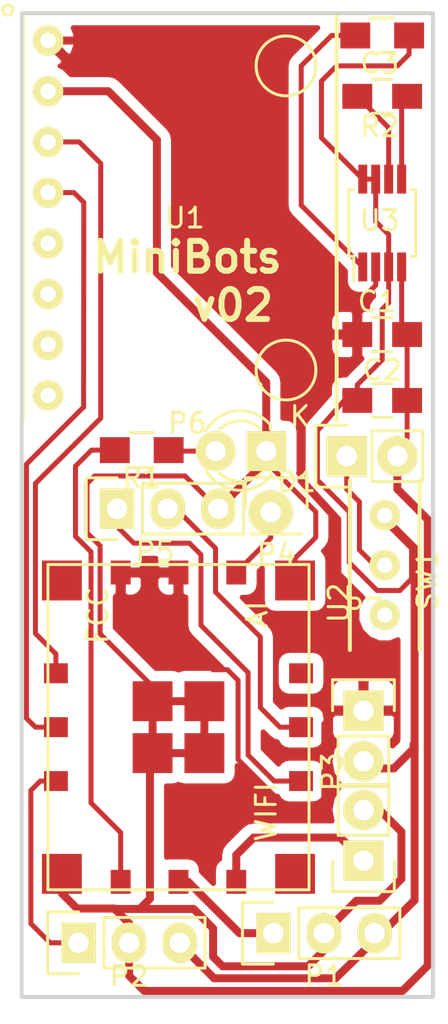
<source format=kicad_pcb>
(kicad_pcb (version 4) (host pcbnew 4.0.2+dfsg1-stable)

  (general
    (links 42)
    (no_connects 0)
    (area 140.559999 69.899999 161.400001 119.400001)
    (thickness 1.6)
    (drawings 5)
    (tracks 220)
    (zones 0)
    (modules 17)
    (nets 25)
  )

  (page A4)
  (layers
    (0 F.Cu signal)
    (31 B.Cu signal hide)
    (32 B.Adhes user hide)
    (33 F.Adhes user hide)
    (34 B.Paste user hide)
    (35 F.Paste user hide)
    (36 B.SilkS user hide)
    (37 F.SilkS user)
    (38 B.Mask user hide)
    (39 F.Mask user hide)
    (40 Dwgs.User user hide)
    (41 Cmts.User user hide)
    (42 Eco1.User user hide)
    (43 Eco2.User user hide)
    (44 Edge.Cuts user)
    (45 Margin user hide)
    (46 B.CrtYd user hide)
    (47 F.CrtYd user hide)
    (48 B.Fab user hide)
    (49 F.Fab user hide)
  )

  (setup
    (last_trace_width 0.25)
    (user_trace_width 0.4)
    (trace_clearance 0.2)
    (zone_clearance 0.508)
    (zone_45_only no)
    (trace_min 0.2)
    (segment_width 0.2)
    (edge_width 0.2)
    (via_size 0.6)
    (via_drill 0.4)
    (via_min_size 0.4)
    (via_min_drill 0.3)
    (uvia_size 0.3)
    (uvia_drill 0.1)
    (uvias_allowed no)
    (uvia_min_size 0.2)
    (uvia_min_drill 0.1)
    (pcb_text_width 0.3)
    (pcb_text_size 1.5 1.5)
    (mod_edge_width 0.15)
    (mod_text_size 1 1)
    (mod_text_width 0.15)
    (pad_size 2.2352 2.2352)
    (pad_drill 1.016)
    (pad_to_mask_clearance 0.2)
    (aux_axis_origin 0 0)
    (visible_elements FFFFFB3F)
    (pcbplotparams
      (layerselection 0x010a0_00000001)
      (usegerberextensions true)
      (excludeedgelayer true)
      (linewidth 0.100000)
      (plotframeref false)
      (viasonmask false)
      (mode 1)
      (useauxorigin false)
      (hpglpennumber 1)
      (hpglpenspeed 20)
      (hpglpendiameter 15)
      (hpglpenoverlay 2)
      (psnegative false)
      (psa4output false)
      (plotreference true)
      (plotvalue false)
      (plotinvisibletext false)
      (padsonsilk false)
      (subtractmaskfromsilk false)
      (outputformat 1)
      (mirror false)
      (drillshape 0)
      (scaleselection 1)
      (outputdirectory Gerberfiles/))
  )

  (net 0 "")
  (net 1 GND)
  (net 2 "Net-(D1-Pad2)")
  (net 3 "Net-(P1-Pad1)")
  (net 4 "Net-(P2-Pad1)")
  (net 5 "Net-(P4-Pad1)")
  (net 6 "Net-(P5-Pad1)")
  (net 7 "Net-(P5-Pad2)")
  (net 8 "Net-(U1-Pad3)")
  (net 9 "Net-(U1-Pad4)")
  (net 10 "Net-(U1-Pad5)")
  (net 11 "Net-(U1-Pad6)")
  (net 12 "Net-(U1-Pad7)")
  (net 13 "Net-(U1-Pad8)")
  (net 14 "Net-(C1-Pad1)")
  (net 15 "Net-(C2-Pad1)")
  (net 16 "Net-(C3-Pad1)")
  (net 17 "Net-(C3-Pad2)")
  (net 18 "Net-(R2-Pad2)")
  (net 19 "Net-(P6-Pad1)")
  (net 20 "Net-(P3-Pad1)")
  (net 21 "Net-(R1-Pad1)")
  (net 22 "Net-(U2-Pad5)")
  (net 23 "Net-(U2-Pad13)")
  (net 24 "Net-(U2-Pad16)")

  (net_class Default "This is the default net class."
    (clearance 0.2)
    (trace_width 0.25)
    (via_dia 0.6)
    (via_drill 0.4)
    (uvia_dia 0.3)
    (uvia_drill 0.1)
    (add_net GND)
    (add_net "Net-(C1-Pad1)")
    (add_net "Net-(C2-Pad1)")
    (add_net "Net-(C3-Pad1)")
    (add_net "Net-(C3-Pad2)")
    (add_net "Net-(D1-Pad2)")
    (add_net "Net-(P1-Pad1)")
    (add_net "Net-(P2-Pad1)")
    (add_net "Net-(P3-Pad1)")
    (add_net "Net-(P4-Pad1)")
    (add_net "Net-(P5-Pad1)")
    (add_net "Net-(P5-Pad2)")
    (add_net "Net-(P6-Pad1)")
    (add_net "Net-(R1-Pad1)")
    (add_net "Net-(R2-Pad2)")
    (add_net "Net-(U1-Pad3)")
    (add_net "Net-(U1-Pad4)")
    (add_net "Net-(U1-Pad5)")
    (add_net "Net-(U1-Pad6)")
    (add_net "Net-(U1-Pad7)")
    (add_net "Net-(U1-Pad8)")
    (add_net "Net-(U2-Pad13)")
    (add_net "Net-(U2-Pad16)")
    (add_net "Net-(U2-Pad5)")
  )

  (module LEDs:LED-3MM (layer F.Cu) (tedit 5C61C69B) (tstamp 5C611E64)
    (at 152.9334 91.948 180)
    (descr "LED 3mm round vertical")
    (tags "LED  3mm round vertical")
    (path /5C5E05C2)
    (fp_text reference D1 (at -1.524 -1.524 180) (layer F.SilkS)
      (effects (font (size 1 1) (thickness 0.15)))
    )
    (fp_text value LED (at 1.651 0.254 180) (layer F.Fab)
      (effects (font (size 1 1) (thickness 0.15)))
    )
    (fp_line (start -1.2 2.3) (end 3.8 2.3) (layer F.CrtYd) (width 0.05))
    (fp_line (start 3.8 2.3) (end 3.8 -2.2) (layer F.CrtYd) (width 0.05))
    (fp_line (start 3.8 -2.2) (end -1.2 -2.2) (layer F.CrtYd) (width 0.05))
    (fp_line (start -1.2 -2.2) (end -1.2 2.3) (layer F.CrtYd) (width 0.05))
    (fp_line (start -0.199 1.314) (end -0.199 1.114) (layer F.SilkS) (width 0.15))
    (fp_line (start -0.199 -1.28) (end -0.199 -1.1) (layer F.SilkS) (width 0.15))
    (fp_arc (start 1.301 0.034) (end -0.199 -1.286) (angle 108.5) (layer F.SilkS) (width 0.15))
    (fp_arc (start 1.301 0.034) (end 0.25 -1.1) (angle 85.7) (layer F.SilkS) (width 0.15))
    (fp_arc (start 1.311 0.034) (end 3.051 0.994) (angle 110) (layer F.SilkS) (width 0.15))
    (fp_arc (start 1.301 0.034) (end 2.335 1.094) (angle 87.5) (layer F.SilkS) (width 0.15))
    (fp_text user K (at -1.69 1.74 180) (layer F.SilkS)
      (effects (font (size 1 1) (thickness 0.15)))
    )
    (pad 1 thru_hole rect (at 0 0 270) (size 2 2) (drill 1.00076) (layers F.Cu F.SilkS F.Mask)
      (net 1 GND))
    (pad 2 thru_hole circle (at 2.54 0 180) (size 2 2) (drill 1.00076) (layers F.Cu F.SilkS F.Mask)
      (net 2 "Net-(D1-Pad2)"))
    (model LEDs.3dshapes/LED-3MM.wrl
      (at (xyz 0.05 0 0))
      (scale (xyz 1 1 1))
      (rotate (xyz 0 0 90))
    )
  )

  (module Pin_Headers:Pin_Header_Straight_1x03 (layer F.Cu) (tedit 5C61C6FD) (tstamp 5C611E76)
    (at 143.51 116.586 90)
    (descr "Through hole pin header")
    (tags "pin header")
    (path /5C5E1050)
    (fp_text reference P1 (at -1.651 12.319 180) (layer F.SilkS)
      (effects (font (size 1 1) (thickness 0.15)))
    )
    (fp_text value LeftMotor (at 1.524 2.413 180) (layer F.Fab)
      (effects (font (size 1 1) (thickness 0.15)))
    )
    (fp_line (start -1.75 -1.75) (end -1.75 6.85) (layer F.CrtYd) (width 0.05))
    (fp_line (start 1.75 -1.75) (end 1.75 6.85) (layer F.CrtYd) (width 0.05))
    (fp_line (start -1.75 -1.75) (end 1.75 -1.75) (layer F.CrtYd) (width 0.05))
    (fp_line (start -1.75 6.85) (end 1.75 6.85) (layer F.CrtYd) (width 0.05))
    (fp_line (start -1.27 1.27) (end -1.27 6.35) (layer F.SilkS) (width 0.15))
    (fp_line (start -1.27 6.35) (end 1.27 6.35) (layer F.SilkS) (width 0.15))
    (fp_line (start 1.27 6.35) (end 1.27 1.27) (layer F.SilkS) (width 0.15))
    (fp_line (start 1.55 -1.55) (end 1.55 0) (layer F.SilkS) (width 0.15))
    (fp_line (start 1.27 1.27) (end -1.27 1.27) (layer F.SilkS) (width 0.15))
    (fp_line (start -1.55 0) (end -1.55 -1.55) (layer F.SilkS) (width 0.15))
    (fp_line (start -1.55 -1.55) (end 1.55 -1.55) (layer F.SilkS) (width 0.15))
    (pad 1 thru_hole rect (at 0 0 90) (size 2.032 1.7272) (drill 1.016) (layers F.Cu F.SilkS F.Mask)
      (net 3 "Net-(P1-Pad1)"))
    (pad 2 thru_hole oval (at 0 2.54 90) (size 2.032 1.7272) (drill 1.016) (layers F.Cu F.SilkS F.Mask)
      (net 1 GND))
    (pad 3 thru_hole oval (at 0 5.08 90) (size 2.032 1.7272) (drill 1.016) (layers F.Cu F.SilkS F.Mask)
      (net 15 "Net-(C2-Pad1)"))
    (model Pin_Headers.3dshapes/Pin_Header_Straight_1x03.wrl
      (at (xyz 0 -0.1 0))
      (scale (xyz 1 1 1))
      (rotate (xyz 0 0 90))
    )
  )

  (module Pin_Headers:Pin_Header_Straight_1x03 (layer F.Cu) (tedit 5C61C70E) (tstamp 5C611E88)
    (at 153.289 116.1034 90)
    (descr "Through hole pin header")
    (tags "pin header")
    (path /5C5E10B1)
    (fp_text reference P2 (at -2.159 -7.239 180) (layer F.SilkS)
      (effects (font (size 1 1) (thickness 0.15)))
    )
    (fp_text value RightMotor (at 1.524 2.54 180) (layer F.Fab)
      (effects (font (size 1 1) (thickness 0.15)))
    )
    (fp_line (start -1.75 -1.75) (end -1.75 6.85) (layer F.CrtYd) (width 0.05))
    (fp_line (start 1.75 -1.75) (end 1.75 6.85) (layer F.CrtYd) (width 0.05))
    (fp_line (start -1.75 -1.75) (end 1.75 -1.75) (layer F.CrtYd) (width 0.05))
    (fp_line (start -1.75 6.85) (end 1.75 6.85) (layer F.CrtYd) (width 0.05))
    (fp_line (start -1.27 1.27) (end -1.27 6.35) (layer F.SilkS) (width 0.15))
    (fp_line (start -1.27 6.35) (end 1.27 6.35) (layer F.SilkS) (width 0.15))
    (fp_line (start 1.27 6.35) (end 1.27 1.27) (layer F.SilkS) (width 0.15))
    (fp_line (start 1.55 -1.55) (end 1.55 0) (layer F.SilkS) (width 0.15))
    (fp_line (start 1.27 1.27) (end -1.27 1.27) (layer F.SilkS) (width 0.15))
    (fp_line (start -1.55 0) (end -1.55 -1.55) (layer F.SilkS) (width 0.15))
    (fp_line (start -1.55 -1.55) (end 1.55 -1.55) (layer F.SilkS) (width 0.15))
    (pad 1 thru_hole rect (at 0 0 90) (size 2.032 1.7272) (drill 1.016) (layers F.Cu F.SilkS F.Mask)
      (net 4 "Net-(P2-Pad1)"))
    (pad 2 thru_hole oval (at 0 2.54 90) (size 2.032 1.7272) (drill 1.016) (layers F.Cu F.SilkS F.Mask)
      (net 1 GND))
    (pad 3 thru_hole oval (at 0 5.08 90) (size 2.032 1.7272) (drill 1.016) (layers F.Cu F.SilkS F.Mask)
      (net 15 "Net-(C2-Pad1)"))
    (model Pin_Headers.3dshapes/Pin_Header_Straight_1x03.wrl
      (at (xyz 0 -0.1 0))
      (scale (xyz 1 1 1))
      (rotate (xyz 0 0 90))
    )
  )

  (module Pin_Headers:Pin_Header_Straight_1x01 (layer F.Cu) (tedit 5C62EA5A) (tstamp 5C611EA7)
    (at 153.43632 94.83344)
    (descr "Through hole pin header")
    (tags "pin header")
    (path /5C5EF70E)
    (fp_text reference P4 (at 0 2.286) (layer F.SilkS)
      (effects (font (size 1 1) (thickness 0.15)))
    )
    (fp_text value Antenna (at 1.27 0.127 90) (layer F.Fab)
      (effects (font (size 1 1) (thickness 0.15)))
    )
    (fp_line (start 1.55 -1.55) (end 1.55 0) (layer F.SilkS) (width 0.15))
    (fp_line (start -1.75 -1.75) (end -1.75 1.75) (layer F.CrtYd) (width 0.05))
    (fp_line (start 1.75 -1.75) (end 1.75 1.75) (layer F.CrtYd) (width 0.05))
    (fp_line (start -1.75 -1.75) (end 1.75 -1.75) (layer F.CrtYd) (width 0.05))
    (fp_line (start -1.75 1.75) (end 1.75 1.75) (layer F.CrtYd) (width 0.05))
    (fp_line (start -1.55 0) (end -1.55 -1.55) (layer F.SilkS) (width 0.15))
    (fp_line (start -1.55 -1.55) (end 1.55 -1.55) (layer F.SilkS) (width 0.15))
    (fp_line (start -1.27 1.27) (end 1.27 1.27) (layer F.SilkS) (width 0.15))
    (pad 1 thru_hole circle (at -0.2794 0.1778) (size 2.2352 2.2352) (drill 1.016) (layers F.Cu F.SilkS F.Mask)
      (net 5 "Net-(P4-Pad1)"))
    (model Pin_Headers.3dshapes/Pin_Header_Straight_1x01.wrl
      (at (xyz 0 0 0))
      (scale (xyz 1 1 1))
      (rotate (xyz 0 0 90))
    )
  )

  (module Pin_Headers:Pin_Header_Straight_1x03 (layer F.Cu) (tedit 5C61C6B6) (tstamp 5C611EB9)
    (at 145.45056 94.83344 90)
    (descr "Through hole pin header")
    (tags "pin header")
    (path /5C5E0827)
    (fp_text reference P5 (at -2.159 1.905 180) (layer F.SilkS)
      (effects (font (size 1 1) (thickness 0.15)))
    )
    (fp_text value Serial (at -1.397 2.921 180) (layer F.Fab)
      (effects (font (size 1 1) (thickness 0.15)))
    )
    (fp_line (start -1.75 -1.75) (end -1.75 6.85) (layer F.CrtYd) (width 0.05))
    (fp_line (start 1.75 -1.75) (end 1.75 6.85) (layer F.CrtYd) (width 0.05))
    (fp_line (start -1.75 -1.75) (end 1.75 -1.75) (layer F.CrtYd) (width 0.05))
    (fp_line (start -1.75 6.85) (end 1.75 6.85) (layer F.CrtYd) (width 0.05))
    (fp_line (start -1.27 1.27) (end -1.27 6.35) (layer F.SilkS) (width 0.15))
    (fp_line (start -1.27 6.35) (end 1.27 6.35) (layer F.SilkS) (width 0.15))
    (fp_line (start 1.27 6.35) (end 1.27 1.27) (layer F.SilkS) (width 0.15))
    (fp_line (start 1.55 -1.55) (end 1.55 0) (layer F.SilkS) (width 0.15))
    (fp_line (start 1.27 1.27) (end -1.27 1.27) (layer F.SilkS) (width 0.15))
    (fp_line (start -1.55 0) (end -1.55 -1.55) (layer F.SilkS) (width 0.15))
    (fp_line (start -1.55 -1.55) (end 1.55 -1.55) (layer F.SilkS) (width 0.15))
    (pad 1 thru_hole rect (at 0 0 90) (size 2.032 1.7272) (drill 1.016) (layers F.Cu F.SilkS F.Mask)
      (net 6 "Net-(P5-Pad1)"))
    (pad 2 thru_hole oval (at 0 2.54 90) (size 2.032 1.7272) (drill 1.016) (layers F.Cu F.SilkS F.Mask)
      (net 7 "Net-(P5-Pad2)"))
    (pad 3 thru_hole oval (at 0 5.08 90) (size 2.032 1.7272) (drill 1.016) (layers F.Cu F.SilkS F.Mask)
      (net 1 GND))
    (model Pin_Headers.3dshapes/Pin_Header_Straight_1x03.wrl
      (at (xyz 0 -0.1 0))
      (scale (xyz 1 1 1))
      (rotate (xyz 0 0 90))
    )
  )

  (module minibots:MiniSlideSwitch (layer F.Cu) (tedit 5C61C6E3) (tstamp 5C611ED4)
    (at 158.877 97.663 270)
    (path /5C5E0921)
    (fp_text reference SW1 (at 0.762 -2.159 270) (layer F.SilkS)
      (effects (font (size 1 1) (thickness 0.15)))
    )
    (fp_text value Switch (at 0.254 1.016 270) (layer F.Fab)
      (effects (font (size 1 1) (thickness 0.15)))
    )
    (fp_line (start -4.25 1.75) (end 4.25 1.75) (layer F.SilkS) (width 0.2))
    (fp_line (start -4.25 -1.75) (end 4.25 -1.75) (layer F.SilkS) (width 0.2))
    (fp_line (start -4.25 1.75) (end 4.25 1.75) (layer F.Fab) (width 0.15))
    (fp_line (start -4.25 -1.75) (end 4.25 -1.75) (layer F.Fab) (width 0.15))
    (fp_line (start 4.25 -1.75) (end 4.25 1.75) (layer F.Fab) (width 0.15))
    (fp_line (start -4.25 -1.75) (end -4.25 1.75) (layer F.Fab) (width 0.15))
    (pad 2 thru_hole circle (at 0 0 270) (size 1.524 1.524) (drill 0.762) (layers F.Cu F.SilkS F.Mask)
      (net 19 "Net-(P6-Pad1)"))
    (pad 1 thru_hole circle (at -2.5 0 270) (size 1.524 1.524) (drill 0.762) (layers F.Cu F.SilkS F.Mask)
      (net 15 "Net-(C2-Pad1)"))
    (pad 3 thru_hole circle (at 2.5 0 270) (size 1.524 1.524) (drill 0.762) (layers F.Cu F.SilkS F.Mask))
  )

  (module minibots:MPU6050 (layer F.Cu) (tedit 5C61C74F) (tstamp 5C611EE9)
    (at 148.59 80.264)
    (path /5C5E2C91)
    (fp_text reference U1 (at 0.254 0) (layer F.SilkS)
      (effects (font (size 1 1) (thickness 0.15)))
    )
    (fp_text value MPU6050 (at 0.381 -1.778) (layer F.Fab)
      (effects (font (size 1 1) (thickness 0.15)))
    )
    (fp_circle (center 5.334 7.62) (end 6.834 7.62) (layer F.SilkS) (width 0.15))
    (fp_circle (center 5.334 -7.62) (end 6.834 -7.62) (layer F.SilkS) (width 0.15))
    (fp_circle (center -8.636 -10.414) (end -8.636 -10.668) (layer F.SilkS) (width 0.15))
    (fp_line (start 7.874 -10.16) (end 7.874 10.16) (layer F.SilkS) (width 0.2))
    (fp_line (start -7.874 -10.16) (end -7.874 10.16) (layer F.SilkS) (width 0.2))
    (fp_line (start -7.78006 10.130925) (end 7.78006 10.130926) (layer F.Fab) (width 0.15))
    (fp_line (start -7.78006 -10.130925) (end 7.78006 -10.130925) (layer F.Fab) (width 0.15))
    (fp_line (start 7.79006 -10.130925) (end 7.79006 10.130925) (layer F.Fab) (width 0.15))
    (fp_line (start -7.7806 -10.130925) (end -7.7806 10.130925) (layer F.Fab) (width 0.15))
    (pad 1 thru_hole circle (at -6.604 -8.89) (size 1.524 1.524) (drill 0.762) (layers F.Cu F.SilkS F.Mask)
      (net 14 "Net-(C1-Pad1)"))
    (pad 2 thru_hole circle (at -6.604 -6.35) (size 1.524 1.524) (drill 0.762) (layers F.Cu F.SilkS F.Mask)
      (net 1 GND))
    (pad 3 thru_hole circle (at -6.604 -3.81) (size 1.524 1.524) (drill 0.762) (layers F.Cu F.SilkS F.Mask)
      (net 8 "Net-(U1-Pad3)"))
    (pad 4 thru_hole circle (at -6.604 -1.27) (size 1.524 1.524) (drill 0.762) (layers F.Cu F.SilkS F.Mask)
      (net 9 "Net-(U1-Pad4)"))
    (pad 5 thru_hole circle (at -6.604 1.27) (size 1.524 1.524) (drill 0.762) (layers F.Cu F.SilkS F.Mask)
      (net 10 "Net-(U1-Pad5)"))
    (pad 6 thru_hole circle (at -6.604 3.81) (size 1.524 1.524) (drill 0.762) (layers F.Cu F.Paste F.SilkS F.Mask)
      (net 11 "Net-(U1-Pad6)"))
    (pad 7 thru_hole circle (at -6.604 6.35) (size 1.524 1.524) (drill 0.762) (layers F.Cu F.SilkS F.Mask)
      (net 12 "Net-(U1-Pad7)"))
    (pad 8 thru_hole circle (at -6.604 8.89) (size 1.524 1.524) (drill 0.762) (layers F.Cu F.SilkS F.Mask)
      (net 13 "Net-(U1-Pad8)"))
  )

  (module Capacitors_SMD:C_0805_HandSoldering (layer F.Cu) (tedit 5C61BF95) (tstamp 5C63022F)
    (at 158.75 86.106)
    (descr "Capacitor SMD 0805, hand soldering")
    (tags "capacitor 0805")
    (path /5C607B56)
    (attr smd)
    (fp_text reference C1 (at -0.254 -1.651) (layer F.SilkS)
      (effects (font (size 1 1) (thickness 0.15)))
    )
    (fp_text value 10uf (at 0 2.1) (layer F.Fab)
      (effects (font (size 1 1) (thickness 0.15)))
    )
    (fp_line (start -2.3 -1) (end 2.3 -1) (layer F.CrtYd) (width 0.05))
    (fp_line (start -2.3 1) (end 2.3 1) (layer F.CrtYd) (width 0.05))
    (fp_line (start -2.3 -1) (end -2.3 1) (layer F.CrtYd) (width 0.05))
    (fp_line (start 2.3 -1) (end 2.3 1) (layer F.CrtYd) (width 0.05))
    (fp_line (start 0.5 -0.85) (end -0.5 -0.85) (layer F.SilkS) (width 0.15))
    (fp_line (start -0.5 0.85) (end 0.5 0.85) (layer F.SilkS) (width 0.15))
    (pad 1 smd rect (at -1.25 0) (size 1.5 1.25) (layers F.Cu F.Paste F.Mask)
      (net 14 "Net-(C1-Pad1)"))
    (pad 2 smd rect (at 1.25 0) (size 1.5 1.25) (layers F.Cu F.Paste F.Mask)
      (net 1 GND))
    (model Capacitors_SMD.3dshapes/C_0805_HandSoldering.wrl
      (at (xyz 0 0 0))
      (scale (xyz 1 1 1))
      (rotate (xyz 0 0 0))
    )
  )

  (module Capacitors_SMD:C_0805_HandSoldering (layer F.Cu) (tedit 5C61C054) (tstamp 5C63023B)
    (at 158.75 89.408)
    (descr "Capacitor SMD 0805, hand soldering")
    (tags "capacitor 0805")
    (path /5C607BF3)
    (attr smd)
    (fp_text reference C2 (at 0 -1.524) (layer F.SilkS)
      (effects (font (size 1 1) (thickness 0.15)))
    )
    (fp_text value 10uf (at 0 2.1) (layer F.Fab)
      (effects (font (size 1 1) (thickness 0.15)))
    )
    (fp_line (start -2.3 -1) (end 2.3 -1) (layer F.CrtYd) (width 0.05))
    (fp_line (start -2.3 1) (end 2.3 1) (layer F.CrtYd) (width 0.05))
    (fp_line (start -2.3 -1) (end -2.3 1) (layer F.CrtYd) (width 0.05))
    (fp_line (start 2.3 -1) (end 2.3 1) (layer F.CrtYd) (width 0.05))
    (fp_line (start 0.5 -0.85) (end -0.5 -0.85) (layer F.SilkS) (width 0.15))
    (fp_line (start -0.5 0.85) (end 0.5 0.85) (layer F.SilkS) (width 0.15))
    (pad 1 smd rect (at -1.25 0) (size 1.5 1.25) (layers F.Cu F.Paste F.Mask)
      (net 15 "Net-(C2-Pad1)"))
    (pad 2 smd rect (at 1.25 0) (size 1.5 1.25) (layers F.Cu F.Paste F.Mask)
      (net 1 GND))
    (model Capacitors_SMD.3dshapes/C_0805_HandSoldering.wrl
      (at (xyz 0 0 0))
      (scale (xyz 1 1 1))
      (rotate (xyz 0 0 0))
    )
  )

  (module Capacitors_SMD:C_0805_HandSoldering (layer F.Cu) (tedit 5C61C364) (tstamp 5C630247)
    (at 158.75 74.168)
    (descr "Capacitor SMD 0805, hand soldering")
    (tags "capacitor 0805")
    (path /5C6058A0)
    (attr smd)
    (fp_text reference C3 (at -0.127 -1.651) (layer F.SilkS)
      (effects (font (size 1 1) (thickness 0.15)))
    )
    (fp_text value 1uf (at 0 -0.127) (layer F.Fab)
      (effects (font (size 1 1) (thickness 0.15)))
    )
    (fp_line (start -2.3 -1) (end 2.3 -1) (layer F.CrtYd) (width 0.05))
    (fp_line (start -2.3 1) (end 2.3 1) (layer F.CrtYd) (width 0.05))
    (fp_line (start -2.3 -1) (end -2.3 1) (layer F.CrtYd) (width 0.05))
    (fp_line (start 2.3 -1) (end 2.3 1) (layer F.CrtYd) (width 0.05))
    (fp_line (start 0.5 -0.85) (end -0.5 -0.85) (layer F.SilkS) (width 0.15))
    (fp_line (start -0.5 0.85) (end 0.5 0.85) (layer F.SilkS) (width 0.15))
    (pad 1 smd rect (at -1.25 0) (size 1.5 1.25) (layers F.Cu F.Paste F.Mask)
      (net 16 "Net-(C3-Pad1)"))
    (pad 2 smd rect (at 1.25 0) (size 1.5 1.25) (layers F.Cu F.Paste F.Mask)
      (net 17 "Net-(C3-Pad2)"))
    (model Capacitors_SMD.3dshapes/C_0805_HandSoldering.wrl
      (at (xyz 0 0 0))
      (scale (xyz 1 1 1))
      (rotate (xyz 0 0 0))
    )
  )

  (module Resistors_SMD:R_0805_HandSoldering (layer F.Cu) (tedit 5C61C35D) (tstamp 5C630253)
    (at 158.75 71.12 180)
    (descr "Resistor SMD 0805, hand soldering")
    (tags "resistor 0805")
    (path /5C605C58)
    (attr smd)
    (fp_text reference R2 (at 0.127 -4.572 180) (layer F.SilkS)
      (effects (font (size 1 1) (thickness 0.15)))
    )
    (fp_text value 100k (at 0.127 0 180) (layer F.Fab)
      (effects (font (size 1 1) (thickness 0.15)))
    )
    (fp_line (start -2.4 -1) (end 2.4 -1) (layer F.CrtYd) (width 0.05))
    (fp_line (start -2.4 1) (end 2.4 1) (layer F.CrtYd) (width 0.05))
    (fp_line (start -2.4 -1) (end -2.4 1) (layer F.CrtYd) (width 0.05))
    (fp_line (start 2.4 -1) (end 2.4 1) (layer F.CrtYd) (width 0.05))
    (fp_line (start 0.6 0.875) (end -0.6 0.875) (layer F.SilkS) (width 0.15))
    (fp_line (start -0.6 -0.875) (end 0.6 -0.875) (layer F.SilkS) (width 0.15))
    (pad 1 smd rect (at -1.35 0 180) (size 1.5 1.3) (layers F.Cu F.Paste F.Mask)
      (net 15 "Net-(C2-Pad1)"))
    (pad 2 smd rect (at 1.35 0 180) (size 1.5 1.3) (layers F.Cu F.Paste F.Mask)
      (net 18 "Net-(R2-Pad2)"))
    (model Resistors_SMD.3dshapes/R_0805_HandSoldering.wrl
      (at (xyz 0 0 0))
      (scale (xyz 1 1 1))
      (rotate (xyz 0 0 0))
    )
  )

  (module Housings_SSOP:MSOP-8_3x3mm_Pitch0.65mm (layer F.Cu) (tedit 5C61C355) (tstamp 5C63026A)
    (at 158.75 80.518 90)
    (descr "8-Lead Plastic Micro Small Outline Package (MS) [MSOP] (see Microchip Packaging Specification 00000049BS.pdf)")
    (tags "SSOP 0.65")
    (path /5C6055B2)
    (attr smd)
    (fp_text reference U3 (at 0.127 -0.127 180) (layer F.SilkS)
      (effects (font (size 1 1) (thickness 0.15)))
    )
    (fp_text value MCP1253 (at -0.127 -0.889 180) (layer F.Fab)
      (effects (font (size 1 1) (thickness 0.15)))
    )
    (fp_line (start -3.2 -1.85) (end -3.2 1.85) (layer F.CrtYd) (width 0.05))
    (fp_line (start 3.2 -1.85) (end 3.2 1.85) (layer F.CrtYd) (width 0.05))
    (fp_line (start -3.2 -1.85) (end 3.2 -1.85) (layer F.CrtYd) (width 0.05))
    (fp_line (start -3.2 1.85) (end 3.2 1.85) (layer F.CrtYd) (width 0.05))
    (fp_line (start -1.675 -1.675) (end -1.675 -1.425) (layer F.SilkS) (width 0.15))
    (fp_line (start 1.675 -1.675) (end 1.675 -1.425) (layer F.SilkS) (width 0.15))
    (fp_line (start 1.675 1.675) (end 1.675 1.425) (layer F.SilkS) (width 0.15))
    (fp_line (start -1.675 1.675) (end -1.675 1.425) (layer F.SilkS) (width 0.15))
    (fp_line (start -1.675 -1.675) (end 1.675 -1.675) (layer F.SilkS) (width 0.15))
    (fp_line (start -1.675 1.675) (end 1.675 1.675) (layer F.SilkS) (width 0.15))
    (fp_line (start -1.675 -1.425) (end -2.925 -1.425) (layer F.SilkS) (width 0.15))
    (pad 1 smd rect (at -2.2 -0.975 90) (size 1.45 0.45) (layers F.Cu F.Paste F.Mask)
      (net 18 "Net-(R2-Pad2)"))
    (pad 2 smd rect (at -2.2 -0.325 90) (size 1.45 0.45) (layers F.Cu F.Paste F.Mask)
      (net 14 "Net-(C1-Pad1)"))
    (pad 3 smd rect (at -2.2 0.325 90) (size 1.45 0.45) (layers F.Cu F.Paste F.Mask)
      (net 15 "Net-(C2-Pad1)"))
    (pad 4 smd rect (at -2.2 0.975 90) (size 1.45 0.45) (layers F.Cu F.Paste F.Mask)
      (net 1 GND))
    (pad 5 smd rect (at 2.2 0.975 90) (size 1.45 0.45) (layers F.Cu F.Paste F.Mask)
      (net 17 "Net-(C3-Pad2)"))
    (pad 6 smd rect (at 2.2 0.325 90) (size 1.45 0.45) (layers F.Cu F.Paste F.Mask)
      (net 16 "Net-(C3-Pad1)"))
    (pad 7 smd rect (at 2.2 -0.325 90) (size 1.45 0.45) (layers F.Cu F.Paste F.Mask)
      (net 15 "Net-(C2-Pad1)"))
    (pad 8 smd rect (at 2.2 -0.975 90) (size 1.45 0.45) (layers F.Cu F.Paste F.Mask)
      (net 15 "Net-(C2-Pad1)"))
    (model Housings_SSOP.3dshapes/MSOP-8_3x3mm_Pitch0.65mm.wrl
      (at (xyz 0 0 0))
      (scale (xyz 1 1 1))
      (rotate (xyz 0 0 0))
    )
  )

  (module Resistors_SMD:R_0805_HandSoldering (layer F.Cu) (tedit 5D0A6254) (tstamp 5C611EC7)
    (at 146.685 91.8972)
    (descr "Resistor SMD 0805, hand soldering")
    (tags "resistor 0805")
    (path /5C5E0580)
    (attr smd)
    (fp_text reference R1 (at 0 1.397) (layer F.SilkS)
      (effects (font (size 1 1) (thickness 0.15)))
    )
    (fp_text value 100 (at 0.1016 -1.016) (layer F.Fab)
      (effects (font (size 1 1) (thickness 0.15)))
    )
    (fp_line (start -2.4 -1) (end 2.4 -1) (layer F.CrtYd) (width 0.05))
    (fp_line (start -2.4 1) (end 2.4 1) (layer F.CrtYd) (width 0.05))
    (fp_line (start -2.4 -1) (end -2.4 1) (layer F.CrtYd) (width 0.05))
    (fp_line (start 2.4 -1) (end 2.4 1) (layer F.CrtYd) (width 0.05))
    (fp_line (start 0.6 0.875) (end -0.6 0.875) (layer F.SilkS) (width 0.15))
    (fp_line (start -0.6 -0.875) (end 0.6 -0.875) (layer F.SilkS) (width 0.15))
    (pad 1 smd rect (at -1.35 0) (size 1.5 1.3) (layers F.Cu F.Paste F.Mask)
      (net 21 "Net-(R1-Pad1)"))
    (pad 2 smd rect (at 1.35 0) (size 1.5 1.3) (layers F.Cu F.Paste F.Mask)
      (net 2 "Net-(D1-Pad2)"))
    (model Resistors_SMD.3dshapes/R_0805_HandSoldering.wrl
      (at (xyz 0 0 0))
      (scale (xyz 1 1 1))
      (rotate (xyz 0 0 0))
    )
  )

  (module Pin_Headers:Pin_Header_Straight_1x02 (layer F.Cu) (tedit 5D0A6261) (tstamp 5C665BA7)
    (at 156.972 92.202 90)
    (descr "Through hole pin header")
    (tags "pin header")
    (path /5C60864B)
    (fp_text reference P6 (at 1.651 -8.001 180) (layer F.SilkS)
      (effects (font (size 1 1) (thickness 0.15)))
    )
    (fp_text value VCC (at 0.0762 4.3434 90) (layer F.Fab)
      (effects (font (size 1 1) (thickness 0.15)))
    )
    (fp_line (start 1.27 1.27) (end 1.27 3.81) (layer F.SilkS) (width 0.15))
    (fp_line (start 1.55 -1.55) (end 1.55 0) (layer F.SilkS) (width 0.15))
    (fp_line (start -1.75 -1.75) (end -1.75 4.3) (layer F.CrtYd) (width 0.05))
    (fp_line (start 1.75 -1.75) (end 1.75 4.3) (layer F.CrtYd) (width 0.05))
    (fp_line (start -1.75 -1.75) (end 1.75 -1.75) (layer F.CrtYd) (width 0.05))
    (fp_line (start -1.75 4.3) (end 1.75 4.3) (layer F.CrtYd) (width 0.05))
    (fp_line (start 1.27 1.27) (end -1.27 1.27) (layer F.SilkS) (width 0.15))
    (fp_line (start -1.55 0) (end -1.55 -1.55) (layer F.SilkS) (width 0.15))
    (fp_line (start -1.55 -1.55) (end 1.55 -1.55) (layer F.SilkS) (width 0.15))
    (fp_line (start -1.27 1.27) (end -1.27 3.81) (layer F.SilkS) (width 0.15))
    (fp_line (start -1.27 3.81) (end 1.27 3.81) (layer F.SilkS) (width 0.15))
    (pad 1 thru_hole rect (at 0 0 90) (size 2.032 2.032) (drill 1.016) (layers F.Cu F.SilkS F.Mask)
      (net 19 "Net-(P6-Pad1)"))
    (pad 2 thru_hole oval (at 0 2.54 90) (size 2.032 2.032) (drill 1.016) (layers F.Cu F.SilkS F.Mask)
      (net 1 GND))
    (model Pin_Headers.3dshapes/Pin_Header_Straight_1x02.wrl
      (at (xyz 0 -0.05 0))
      (scale (xyz 1 1 1))
      (rotate (xyz 0 0 90))
    )
  )

  (module Pin_Headers:Pin_Header_Straight_1x02 (layer F.Cu) (tedit 54EA090C) (tstamp 5D0F193C)
    (at 157.8102 104.9528)
    (descr "Through hole pin header")
    (tags "pin header")
    (path /5D0A07A8)
    (fp_text reference P7 (at 0 -5.1) (layer F.SilkS)
      (effects (font (size 1 1) (thickness 0.15)))
    )
    (fp_text value Power (at 0 -3.1) (layer F.Fab)
      (effects (font (size 1 1) (thickness 0.15)))
    )
    (fp_line (start 1.27 1.27) (end 1.27 3.81) (layer F.SilkS) (width 0.15))
    (fp_line (start 1.55 -1.55) (end 1.55 0) (layer F.SilkS) (width 0.15))
    (fp_line (start -1.75 -1.75) (end -1.75 4.3) (layer F.CrtYd) (width 0.05))
    (fp_line (start 1.75 -1.75) (end 1.75 4.3) (layer F.CrtYd) (width 0.05))
    (fp_line (start -1.75 -1.75) (end 1.75 -1.75) (layer F.CrtYd) (width 0.05))
    (fp_line (start -1.75 4.3) (end 1.75 4.3) (layer F.CrtYd) (width 0.05))
    (fp_line (start 1.27 1.27) (end -1.27 1.27) (layer F.SilkS) (width 0.15))
    (fp_line (start -1.55 0) (end -1.55 -1.55) (layer F.SilkS) (width 0.15))
    (fp_line (start -1.55 -1.55) (end 1.55 -1.55) (layer F.SilkS) (width 0.15))
    (fp_line (start -1.27 1.27) (end -1.27 3.81) (layer F.SilkS) (width 0.15))
    (fp_line (start -1.27 3.81) (end 1.27 3.81) (layer F.SilkS) (width 0.15))
    (pad 1 thru_hole rect (at 0 0) (size 2.032 2.032) (drill 1.016) (layers *.Cu *.Mask F.SilkS)
      (net 14 "Net-(C1-Pad1)"))
    (pad 2 thru_hole oval (at 0 2.54) (size 2.032 2.032) (drill 1.016) (layers *.Cu *.Mask F.SilkS)
      (net 15 "Net-(C2-Pad1)"))
    (model Pin_Headers.3dshapes/Pin_Header_Straight_1x02.wrl
      (at (xyz 0 -0.05 0))
      (scale (xyz 1 1 1))
      (rotate (xyz 0 0 90))
    )
  )

  (module Pin_Headers:Pin_Header_Straight_1x02 (layer F.Cu) (tedit 5D1E305A) (tstamp 5D0F19E2)
    (at 157.8102 112.4712 180)
    (descr "Through hole pin header")
    (tags "pin header")
    (path /5D0A0253)
    (fp_text reference P3 (at 1.56972 4.45516 270) (layer F.SilkS)
      (effects (font (size 1 1) (thickness 0.15)))
    )
    (fp_text value Flash/Ext (at -2.17424 3.67284 270) (layer F.Fab)
      (effects (font (size 1 1) (thickness 0.15)))
    )
    (fp_line (start 1.27 1.27) (end 1.27 3.81) (layer F.SilkS) (width 0.15))
    (fp_line (start 1.55 -1.55) (end 1.55 0) (layer F.SilkS) (width 0.15))
    (fp_line (start -1.75 -1.75) (end -1.75 4.3) (layer F.CrtYd) (width 0.05))
    (fp_line (start 1.75 -1.75) (end 1.75 4.3) (layer F.CrtYd) (width 0.05))
    (fp_line (start -1.75 -1.75) (end 1.75 -1.75) (layer F.CrtYd) (width 0.05))
    (fp_line (start -1.75 4.3) (end 1.75 4.3) (layer F.CrtYd) (width 0.05))
    (fp_line (start 1.27 1.27) (end -1.27 1.27) (layer F.SilkS) (width 0.15))
    (fp_line (start -1.55 0) (end -1.55 -1.55) (layer F.SilkS) (width 0.15))
    (fp_line (start -1.55 -1.55) (end 1.55 -1.55) (layer F.SilkS) (width 0.15))
    (fp_line (start -1.27 1.27) (end -1.27 3.81) (layer F.SilkS) (width 0.15))
    (fp_line (start -1.27 3.81) (end 1.27 3.81) (layer F.SilkS) (width 0.15))
    (pad 1 thru_hole rect (at 0 0 180) (size 2.032 2.032) (drill 1.016) (layers *.Cu *.Mask F.SilkS)
      (net 20 "Net-(P3-Pad1)"))
    (pad 2 thru_hole oval (at 0 2.54 180) (size 2.032 2.032) (drill 1.016) (layers *.Cu *.Mask F.SilkS)
      (net 1 GND))
    (model Pin_Headers.3dshapes/Pin_Header_Straight_1x02.wrl
      (at (xyz 0 -0.05 0))
      (scale (xyz 1 1 1))
      (rotate (xyz 0 0 90))
    )
  )

  (module ESP8266:ESP-06 (layer F.Cu) (tedit 58BB9C47) (tstamp 5D1BEE76)
    (at 148.52904 105.78084 270)
    (path /5D0EC606)
    (fp_text reference U2 (at -6.23 -8.05 270) (layer F.SilkS)
      (effects (font (size 1 1) (thickness 0.15)))
    )
    (fp_text value ESP8266-06 (at 0 -0.5 270) (layer F.Fab)
      (effects (font (size 1 1) (thickness 0.15)))
    )
    (fp_text user AI (at -5.65 -3.95 270) (layer F.SilkS)
      (effects (font (size 1 1) (thickness 0.15)))
    )
    (fp_text user WIFI (at 4.25 -4.4 270) (layer F.SilkS)
      (effects (font (size 1 1) (thickness 0.15)))
    )
    (fp_text user FCC (at -5.6 4.05 270) (layer F.SilkS)
      (effects (font (size 1 1) (thickness 0.15)))
    )
    (fp_line (start -8.15 6.55) (end 8.15 6.55) (layer F.SilkS) (width 0.15))
    (fp_line (start 8.15 6.55) (end 8.15 -6.55) (layer F.SilkS) (width 0.15))
    (fp_line (start 8.15 -6.55) (end -8.15 -6.55) (layer F.SilkS) (width 0.15))
    (fp_line (start -8.15 -6.55) (end -8.15 6.55) (layer F.SilkS) (width 0.15))
    (pad 1 smd rect (at -7.35 -5.85 270) (size 2 2) (layers F.Cu F.Paste F.Mask)
      (net 1 GND))
    (pad 2 smd rect (at -7.75 -2.9 270) (size 1.2 1) (layers F.Cu F.Paste F.Mask)
      (net 5 "Net-(P4-Pad1)"))
    (pad 3 smd rect (at -7.75 0 270) (size 1.2 1) (layers F.Cu F.Paste F.Mask)
      (net 14 "Net-(C1-Pad1)"))
    (pad 4 smd rect (at -7.75 2.9 270) (size 1.2 1) (layers F.Cu F.Paste F.Mask)
      (net 14 "Net-(C1-Pad1)"))
    (pad 5 smd rect (at -7.35 5.85 270) (size 2 2) (layers F.Cu F.Paste F.Mask)
      (net 22 "Net-(U2-Pad5)"))
    (pad 6 smd rect (at -2.7 6.15 270) (size 1 1.2) (layers F.Cu F.Paste F.Mask)
      (net 8 "Net-(U1-Pad3)"))
    (pad 7 smd rect (at 0 6.15 270) (size 1 1.2) (layers F.Cu F.Paste F.Mask)
      (net 9 "Net-(U1-Pad4)"))
    (pad 8 smd rect (at 2.7 6.15 270) (size 1 1.2) (layers F.Cu F.Paste F.Mask)
      (net 3 "Net-(P1-Pad1)"))
    (pad 9 smd rect (at 7.35 5.85 270) (size 2 2) (layers F.Cu F.Paste F.Mask)
      (net 1 GND))
    (pad 10 smd rect (at 7.75 2.9 270) (size 1.2 1) (layers F.Cu F.Paste F.Mask)
      (net 21 "Net-(R1-Pad1)"))
    (pad 11 smd rect (at 7.75 0 270) (size 1.2 1) (layers F.Cu F.Paste F.Mask)
      (net 4 "Net-(P2-Pad1)"))
    (pad 12 smd rect (at 7.75 -2.9 270) (size 1.2 1) (layers F.Cu F.Paste F.Mask)
      (net 20 "Net-(P3-Pad1)"))
    (pad 13 smd rect (at 7.35 -5.85 270) (size 2 2) (layers F.Cu F.Paste F.Mask)
      (net 23 "Net-(U2-Pad13)"))
    (pad 14 smd rect (at 2.7 -6.15 270) (size 1 1.2) (layers F.Cu F.Paste F.Mask)
      (net 6 "Net-(P5-Pad1)"))
    (pad 15 smd rect (at 0 -6.15 270) (size 1 1.2) (layers F.Cu F.Paste F.Mask)
      (net 7 "Net-(P5-Pad2)"))
    (pad 16 smd rect (at -2.7 -6.15 270) (size 1 1.2) (layers F.Cu F.Paste F.Mask)
      (net 24 "Net-(U2-Pad16)"))
    (pad 17 smd rect (at -1.3 -1.3 270) (size 2 2) (layers F.Cu F.Paste F.Mask)
      (net 1 GND))
    (pad 18 smd rect (at -1.3 1.3 270) (size 2 2) (layers F.Cu F.Paste F.Mask)
      (net 1 GND))
    (pad 19 smd rect (at 1.3 1.3 270) (size 2 2) (layers F.Cu F.Paste F.Mask)
      (net 1 GND))
    (pad 20 smd rect (at 1.3 -1.3 270) (size 2 2) (layers F.Cu F.Paste F.Mask)
      (net 1 GND))
  )

  (gr_text "MiniBots\n    v02" (at 148.971 83.439) (layer F.SilkS)
    (effects (font (size 1.5 1.5) (thickness 0.3)))
  )
  (gr_line (start 140.66 119.3) (end 140.66 70) (angle 90) (layer Edge.Cuts) (width 0.2))
  (gr_line (start 140.66 70) (end 161.3 70) (angle 90) (layer Edge.Cuts) (width 0.2))
  (gr_line (start 161.3 119.3) (end 161.3 70) (angle 90) (layer Edge.Cuts) (width 0.2))
  (gr_line (start 140.66 119.3) (end 161.29 119.3) (angle 90) (layer Edge.Cuts) (width 0.2))

  (segment (start 147.22904 104.48084) (end 147.22904 103.741278) (width 0.25) (layer F.Cu) (net 1) (status 30))
  (segment (start 147.22904 103.741278) (end 144.59712 101.109358) (width 0.25) (layer F.Cu) (net 1) (tstamp 5D1E476F) (status 10))
  (segment (start 144.59712 96.6978) (end 143.9418 96.04248) (width 0.25) (layer F.Cu) (net 1) (tstamp 5D1E4785))
  (segment (start 144.59712 101.109358) (end 144.59712 96.6978) (width 0.25) (layer F.Cu) (net 1) (tstamp 5D1E4779))
  (segment (start 150.53056 94.83344) (end 150.49754 94.83344) (width 0.25) (layer F.Cu) (net 1) (status 30))
  (segment (start 150.49754 94.83344) (end 148.8567 93.1926) (width 0.25) (layer F.Cu) (net 1) (tstamp 5D1E46CF) (status 10))
  (segment (start 143.9418 93.5736) (end 143.9418 96.04248) (width 0.25) (layer F.Cu) (net 1) (tstamp 5D1E46DC))
  (segment (start 144.3228 93.1926) (end 143.9418 93.5736) (width 0.25) (layer F.Cu) (net 1) (tstamp 5D1E46DA))
  (segment (start 148.8567 93.1926) (end 144.3228 93.1926) (width 0.25) (layer F.Cu) (net 1) (tstamp 5D1E46D1))
  (segment (start 147.09648 107.2134) (end 147.09648 114.38128) (width 0.4) (layer F.Cu) (net 1) (status 10))
  (segment (start 147.09648 114.38128) (end 146.58848 114.88928) (width 0.4) (layer F.Cu) (net 1) (tstamp 5D1E4261))
  (segment (start 147.09648 107.2134) (end 147.22904 107.08084) (width 0.4) (layer F.Cu) (net 1) (tstamp 5D1E429C) (status 30))
  (segment (start 144.69872 114.86896) (end 145.30832 114.86896) (width 0.4) (layer F.Cu) (net 1))
  (segment (start 145.30832 114.86896) (end 146.05 115.61064) (width 0.4) (layer F.Cu) (net 1) (tstamp 5D1E428C) (status 20))
  (segment (start 146.05 115.61064) (end 146.05 116.586) (width 0.4) (layer F.Cu) (net 1) (tstamp 5D1E428F) (status 30))
  (segment (start 146.58848 114.88928) (end 145.288 114.88928) (width 0.4) (layer F.Cu) (net 1))
  (segment (start 145.288 114.88928) (end 145.26768 114.86896) (width 0.4) (layer F.Cu) (net 1) (tstamp 5D1E427D))
  (segment (start 145.26768 114.86896) (end 144.69872 114.86896) (width 0.4) (layer F.Cu) (net 1) (tstamp 5D1E4187))
  (segment (start 144.69872 114.86896) (end 143.43888 114.86896) (width 0.4) (layer F.Cu) (net 1) (tstamp 5D1E428A))
  (segment (start 143.43888 114.86896) (end 142.67904 114.10912) (width 0.4) (layer F.Cu) (net 1) (tstamp 5D1E4190) (status 20))
  (segment (start 149.29104 114.88928) (end 150.2664 115.86464) (width 0.4) (layer F.Cu) (net 1))
  (segment (start 155.032002 117.763998) (end 155.829 116.967) (width 0.4) (layer F.Cu) (net 1) (tstamp 5D0F1E6C) (status 20))
  (segment (start 150.743358 117.763998) (end 155.032002 117.763998) (width 0.4) (layer F.Cu) (net 1) (tstamp 5D0F1E6B))
  (segment (start 150.2664 117.28704) (end 150.743358 117.763998) (width 0.4) (layer F.Cu) (net 1) (tstamp 5D1E41FC))
  (segment (start 150.2664 115.86464) (end 150.2664 117.28704) (width 0.4) (layer F.Cu) (net 1) (tstamp 5D1E41F5))
  (segment (start 146.58848 114.88928) (end 149.29104 114.88928) (width 0.4) (layer F.Cu) (net 1) (tstamp 5D1E4265))
  (segment (start 142.67904 114.10912) (end 142.67904 113.13084) (width 0.4) (layer F.Cu) (net 1) (tstamp 5D1E4195) (status 30))
  (segment (start 154.37904 98.43084) (end 154.37904 97.30956) (width 0.25) (layer F.Cu) (net 1) (status 10))
  (segment (start 155.41752 94.99092) (end 152.9334 92.5068) (width 0.25) (layer F.Cu) (net 1) (tstamp 5D1E3D48) (status 20))
  (segment (start 155.41752 96.27108) (end 155.41752 94.99092) (width 0.25) (layer F.Cu) (net 1) (tstamp 5D1E3D45))
  (segment (start 154.37904 97.30956) (end 155.41752 96.27108) (width 0.25) (layer F.Cu) (net 1) (tstamp 5D1E3D41))
  (segment (start 152.9334 92.5068) (end 152.9334 91.948) (width 0.25) (layer F.Cu) (net 1) (tstamp 5D1E3D4C) (status 30))
  (segment (start 150.53056 94.83344) (end 150.53056 94.996) (width 0.4) (layer F.Cu) (net 1) (status 30))
  (segment (start 152.9334 92.4306) (end 150.53056 94.83344) (width 0.4) (layer F.Cu) (net 1) (tstamp 5D1E35F7) (status 30))
  (segment (start 150.53056 94.22384) (end 150.53056 94.83344) (width 0.4) (layer F.Cu) (net 1) (tstamp 5D1E35F3) (status 30))
  (segment (start 149.82904 107.22054) (end 149.82904 107.08084) (width 0.4) (layer F.Cu) (net 1) (tstamp 5D1E33C1) (status 30))
  (segment (start 149.82904 107.08084) (end 149.82904 104.48084) (width 0.4) (layer F.Cu) (net 1) (status 30))
  (segment (start 147.22904 107.08084) (end 149.82904 107.08084) (width 0.4) (layer F.Cu) (net 1) (status 30))
  (segment (start 147.22904 104.48084) (end 147.22904 107.08084) (width 0.4) (layer F.Cu) (net 1) (status 30))
  (segment (start 149.82904 104.48084) (end 147.22904 104.48084) (width 0.4) (layer F.Cu) (net 1) (status 30))
  (segment (start 150.5204 95.0976) (end 150.50262 95.0976) (width 0.4) (layer F.Cu) (net 1) (status 30))
  (segment (start 150.3934 95.2246) (end 150.5204 95.0976) (width 0.4) (layer F.Cu) (net 1) (tstamp 5D1BF07B) (status 30))
  (segment (start 157.8102 109.9312) (end 158.623 109.9312) (width 0.4) (layer F.Cu) (net 1) (status 30))
  (segment (start 158.623 109.9312) (end 159.7152 111.0234) (width 0.4) (layer F.Cu) (net 1) (tstamp 5D1BEEBD) (status 10))
  (segment (start 157.4546 114.4778) (end 155.829 116.1034) (width 0.4) (layer F.Cu) (net 1) (tstamp 5D1BEEC1) (status 20))
  (segment (start 158.623 114.4778) (end 157.4546 114.4778) (width 0.4) (layer F.Cu) (net 1) (tstamp 5D1BEEC0))
  (segment (start 159.7152 113.3856) (end 158.623 114.4778) (width 0.4) (layer F.Cu) (net 1) (tstamp 5D1BEEBF))
  (segment (start 159.7152 111.0234) (end 159.7152 113.3856) (width 0.4) (layer F.Cu) (net 1) (tstamp 5D1BEEBE))
  (segment (start 152.9334 91.948) (end 152.9334 92.7354) (width 0.4) (layer F.Cu) (net 1) (status 30))
  (segment (start 141.986 73.914) (end 145.0086 73.914) (width 0.4) (layer F.Cu) (net 1) (status 10))
  (segment (start 152.9334 88.4936) (end 152.9334 91.948) (width 0.4) (layer F.Cu) (net 1) (tstamp 5D0F43FD) (status 20))
  (segment (start 147.447 83.0072) (end 152.9334 88.4936) (width 0.4) (layer F.Cu) (net 1) (tstamp 5D0F43FB))
  (segment (start 147.447 76.3524) (end 147.447 83.0072) (width 0.4) (layer F.Cu) (net 1) (tstamp 5D0F43F9))
  (segment (start 145.0086 73.914) (end 147.447 76.3524) (width 0.4) (layer F.Cu) (net 1) (tstamp 5D0F43F7))
  (segment (start 150.3934 95.0976) (end 150.5204 94.361) (width 0.25) (layer F.Cu) (net 1) (status 30))
  (segment (start 155.829 116.967) (end 155.829 116.1034) (width 0.4) (layer F.Cu) (net 1) (tstamp 5D0F1E6D) (status 30))
  (segment (start 146.071 116.565) (end 146.05 116.586) (width 0.4) (layer F.Cu) (net 1) (tstamp 5D0F1E2C) (status 30))
  (segment (start 146.05 116.586) (end 146.05 118.237) (width 0.4) (layer F.Cu) (net 1) (status 10))
  (segment (start 161.036 117.729) (end 161.036 95.377) (width 0.4) (layer F.Cu) (net 1) (tstamp 5C666685))
  (segment (start 159.766 118.999) (end 161.036 117.729) (width 0.4) (layer F.Cu) (net 1) (tstamp 5C666683))
  (segment (start 146.812 118.999) (end 159.766 118.999) (width 0.4) (layer F.Cu) (net 1) (tstamp 5C666682))
  (segment (start 146.05 118.237) (end 146.812 118.999) (width 0.4) (layer F.Cu) (net 1) (tstamp 5C666681))
  (segment (start 159.512 92.202) (end 159.512 93.853) (width 0.4) (layer F.Cu) (net 1) (status 10))
  (segment (start 159.512 93.853) (end 161.036 95.377) (width 0.4) (layer F.Cu) (net 1) (tstamp 5C666600))
  (segment (start 159.512 92.202) (end 159.512 92.456) (width 0.25) (layer F.Cu) (net 1) (status 30))
  (segment (start 146.05 115.824) (end 146.05 116.586) (width 0.25) (layer F.Cu) (net 1) (tstamp 5C6663FF) (status 30))
  (segment (start 155.702 116.586) (end 155.702 117.094) (width 0.25) (layer F.Cu) (net 1) (status 30))
  (segment (start 155.656 116.54) (end 155.702 116.586) (width 0.25) (layer F.Cu) (net 1) (tstamp 5C6663B8) (status 30))
  (segment (start 159.725 82.718) (end 159.725 85.831) (width 0.25) (layer F.Cu) (net 1) (status 30))
  (segment (start 159.725 85.831) (end 160 86.106) (width 0.25) (layer F.Cu) (net 1) (tstamp 5C666319) (status 30))
  (segment (start 160 89.408) (end 160 91.714) (width 0.25) (layer F.Cu) (net 1) (status 30))
  (segment (start 160 91.714) (end 159.512 92.202) (width 0.25) (layer F.Cu) (net 1) (tstamp 5C6662D6) (status 30))
  (segment (start 160 86.106) (end 160 89.408) (width 0.25) (layer F.Cu) (net 1) (status 30))
  (segment (start 150.3934 91.948) (end 148.0858 91.948) (width 0.25) (layer F.Cu) (net 2) (status 30))
  (segment (start 148.0858 91.948) (end 148.035 91.8972) (width 0.25) (layer F.Cu) (net 2) (tstamp 5D0F43B9) (status 30))
  (segment (start 142.37904 108.48084) (end 141.59232 108.48084) (width 0.25) (layer F.Cu) (net 3))
  (segment (start 141.1224 109.48416) (end 141.1224 115.62588) (width 0.25) (layer F.Cu) (net 3) (tstamp 5D1E4A2D))
  (segment (start 141.1224 115.62588) (end 142.08252 116.586) (width 0.25) (layer F.Cu) (net 3) (tstamp 5D1E4A31))
  (segment (start 142.08252 116.586) (end 143.51 116.586) (width 0.25) (layer F.Cu) (net 3) (tstamp 5D1E4A34))
  (segment (start 141.1224 108.95076) (end 141.1224 109.48416) (width 0.25) (layer F.Cu) (net 3) (tstamp 5D1E4A3B))
  (segment (start 141.59232 108.48084) (end 141.1224 108.95076) (width 0.25) (layer F.Cu) (net 3) (tstamp 5D1E4A38))
  (segment (start 142.37904 108.48084) (end 142.12572 108.48084) (width 0.25) (layer F.Cu) (net 3))
  (segment (start 142.31044 108.54944) (end 142.37904 108.48084) (width 0.25) (layer F.Cu) (net 3) (tstamp 5D1E4558) (status 30))
  (segment (start 153.289 116.1034) (end 151.5872 116.1034) (width 0.4) (layer F.Cu) (net 4) (status 10))
  (segment (start 151.5872 116.1034) (end 149.01464 113.53084) (width 0.4) (layer F.Cu) (net 4) (tstamp 5D1E32CA) (status 20))
  (segment (start 149.01464 113.53084) (end 148.52904 113.53084) (width 0.4) (layer F.Cu) (net 4) (tstamp 5D1E32CB) (status 30))
  (segment (start 153.15692 95.01124) (end 153.15692 96.30296) (width 0.25) (layer F.Cu) (net 5) (status 10))
  (segment (start 153.15692 96.30296) (end 151.42904 98.03084) (width 0.25) (layer F.Cu) (net 5) (tstamp 5D1E3DA1) (status 20))
  (segment (start 146.28368 96.56064) (end 149.07768 96.56064) (width 0.25) (layer F.Cu) (net 6))
  (segment (start 145.45056 95.72752) (end 146.28368 96.56064) (width 0.25) (layer F.Cu) (net 6) (tstamp 5D1E3DD3) (status 10))
  (segment (start 149.6568 100.67798) (end 152.02154 103.04272) (width 0.25) (layer F.Cu) (net 6) (tstamp 5D1E4869))
  (segment (start 149.6568 97.13976) (end 149.6568 100.67798) (width 0.25) (layer F.Cu) (net 6) (tstamp 5D1E485D))
  (segment (start 149.07768 96.56064) (end 149.6568 97.13976) (width 0.25) (layer F.Cu) (net 6) (tstamp 5D1E4857))
  (segment (start 152.02154 107.17784) (end 152.02154 103.04272) (width 0.25) (layer F.Cu) (net 6))
  (segment (start 153.32454 108.48084) (end 154.67904 108.48084) (width 0.25) (layer F.Cu) (net 6) (tstamp 5D1E3DFD) (status 20))
  (segment (start 152.02154 107.17784) (end 153.32454 108.48084) (width 0.25) (layer F.Cu) (net 6) (tstamp 5D1E3DF9))
  (segment (start 145.45056 94.83344) (end 145.45056 95.72752) (width 0.25) (layer F.Cu) (net 6) (status 30))
  (segment (start 145.4404 95.0976) (end 145.61312 95.0976) (width 0.25) (layer F.Cu) (net 6) (status 30))
  (segment (start 147.99056 94.83344) (end 148.40204 94.83344) (width 0.25) (layer F.Cu) (net 7) (status 30))
  (segment (start 148.40204 94.83344) (end 150.38832 96.81972) (width 0.25) (layer F.Cu) (net 7) (tstamp 5D1E483F) (status 10))
  (segment (start 150.38832 96.81972) (end 150.38832 99.01428) (width 0.25) (layer F.Cu) (net 7) (tstamp 5D1E4847))
  (segment (start 150.38832 99.01428) (end 152.63622 101.26218) (width 0.25) (layer F.Cu) (net 7) (tstamp 5D1E484B))
  (segment (start 152.63622 101.26218) (end 152.63622 104.79786) (width 0.25) (layer F.Cu) (net 7) (tstamp 5D1E484F))
  (segment (start 152.63622 104.79786) (end 153.6192 105.78084) (width 0.25) (layer F.Cu) (net 7) (tstamp 5D1E47DC))
  (segment (start 154.67904 105.78084) (end 153.6192 105.78084) (width 0.25) (layer F.Cu) (net 7) (tstamp 5D1E47DE) (status 10))
  (segment (start 147.9804 95.0976) (end 148.1836 95.0976) (width 0.25) (layer F.Cu) (net 7) (status 30))
  (segment (start 142.37904 103.08084) (end 142.37904 102.114538) (width 0.25) (layer F.Cu) (net 8) (status 10))
  (segment (start 142.45082 92.4687) (end 142.4559 92.4687) (width 0.25) (layer F.Cu) (net 8) (tstamp 5D1E460D))
  (segment (start 141.351422 93.568098) (end 142.45082 92.4687) (width 0.25) (layer F.Cu) (net 8) (tstamp 5D1E4600))
  (segment (start 141.351422 101.08692) (end 141.351422 93.568098) (width 0.25) (layer F.Cu) (net 8) (tstamp 5D1E45F9))
  (segment (start 142.37904 102.114538) (end 141.351422 101.08692) (width 0.25) (layer F.Cu) (net 8) (tstamp 5D1E45F5))
  (segment (start 141.986 76.454) (end 143.5481 76.454) (width 0.25) (layer F.Cu) (net 8) (status 10))
  (segment (start 144.6276 90.297) (end 142.4559 92.4687) (width 0.25) (layer F.Cu) (net 8) (tstamp 5D1E344D))
  (segment (start 144.6276 77.5335) (end 144.6276 90.297) (width 0.25) (layer F.Cu) (net 8) (tstamp 5D1E3449))
  (segment (start 143.5481 76.454) (end 144.6276 77.5335) (width 0.25) (layer F.Cu) (net 8) (tstamp 5D1E3442))
  (segment (start 143.76654 89.75598) (end 143.7513 89.75598) (width 0.25) (layer F.Cu) (net 9))
  (segment (start 141.986 78.994) (end 143.28394 78.994) (width 0.25) (layer F.Cu) (net 9) (status 10))
  (segment (start 143.77924 79.4893) (end 143.76654 89.75598) (width 0.25) (layer F.Cu) (net 9) (tstamp 5D1E348A))
  (segment (start 143.28394 78.994) (end 143.77924 79.4893) (width 0.25) (layer F.Cu) (net 9) (tstamp 5D1E3489))
  (segment (start 143.7513 89.75598) (end 140.90142 92.60586) (width 0.25) (layer F.Cu) (net 9) (tstamp 5D1E4653))
  (segment (start 142.37904 105.78084) (end 141.34846 105.78084) (width 0.25) (layer F.Cu) (net 9) (status 10))
  (segment (start 141.34846 105.78084) (end 140.90142 105.3338) (width 0.25) (layer F.Cu) (net 9) (tstamp 5D1E45D4))
  (segment (start 140.90142 105.3338) (end 140.90142 92.60586) (width 0.25) (layer F.Cu) (net 9) (tstamp 5D1E45D7))
  (segment (start 141.986 78.994) (end 142.494 78.994) (width 0.25) (layer F.Cu) (net 9) (status 30))
  (segment (start 145.62904 98.03084) (end 148.52904 98.03084) (width 0.25) (layer F.Cu) (net 14) (status 30))
  (segment (start 148.52904 98.03084) (end 148.52904 101.17074) (width 0.25) (layer F.Cu) (net 14) (status 10))
  (segment (start 156.48178 104.9528) (end 157.8102 104.9528) (width 0.25) (layer F.Cu) (net 14) (tstamp 5D1E3EA2) (status 20))
  (segment (start 155.82138 105.6132) (end 156.48178 104.9528) (width 0.25) (layer F.Cu) (net 14) (tstamp 5D1E3E9E))
  (segment (start 155.82138 109.35716) (end 155.82138 105.6132) (width 0.25) (layer F.Cu) (net 14) (tstamp 5D1E3E9C))
  (segment (start 155.45816 109.72038) (end 155.82138 109.35716) (width 0.25) (layer F.Cu) (net 14) (tstamp 5D1E3E9A))
  (segment (start 153.83764 109.72038) (end 155.45816 109.72038) (width 0.25) (layer F.Cu) (net 14) (tstamp 5D1E3E96))
  (segment (start 151.51862 107.40136) (end 153.83764 109.72038) (width 0.25) (layer F.Cu) (net 14) (tstamp 5D1E3E90))
  (segment (start 151.51862 103.43388) (end 151.51862 107.40136) (width 0.25) (layer F.Cu) (net 14) (tstamp 5D1E3E8E))
  (segment (start 150.98776 102.90302) (end 151.51862 103.43388) (width 0.25) (layer F.Cu) (net 14) (tstamp 5D1E3E8C))
  (segment (start 150.26132 102.90302) (end 150.98776 102.90302) (width 0.25) (layer F.Cu) (net 14) (tstamp 5D1E3E89))
  (segment (start 148.52904 101.17074) (end 150.26132 102.90302) (width 0.25) (layer F.Cu) (net 14) (tstamp 5D1E3E87))
  (segment (start 157.8102 104.9528) (end 157.8102 102.108) (width 0.4) (layer F.Cu) (net 14) (status 10))
  (segment (start 155.5496 86.106) (end 157.5 86.106) (width 0.4) (layer F.Cu) (net 14) (status 20))
  (segment (start 156.5148 100.8126) (end 157.8102 102.108) (width 0.4) (layer F.Cu) (net 14) (tstamp 5D0F1DE8))
  (segment (start 156.495778 95.374664) (end 156.5148 100.8126) (width 0.4) (layer F.Cu) (net 14) (tstamp 5D0F1DE6))
  (segment (start 154.706315 93.422941) (end 156.495778 95.374664) (width 0.4) (layer F.Cu) (net 14) (tstamp 5D0F1DE4))
  (segment (start 154.721748 87.17746) (end 154.706315 93.422941) (width 0.4) (layer F.Cu) (net 14) (tstamp 5D0F1DE3))
  (segment (start 155.5496 86.106) (end 154.721748 87.17746) (width 0.4) (layer F.Cu) (net 14) (tstamp 5D0F1DE2))
  (segment (start 157.5 86.106) (end 155.2956 86.106) (width 0.25) (layer F.Cu) (net 14) (status 10))
  (segment (start 145.3642 71.374) (end 141.986 71.374) (width 0.4) (layer F.Cu) (net 14) (tstamp 5D0F1CAA) (status 20))
  (segment (start 149.8854 75.8952) (end 145.3642 71.374) (width 0.4) (layer F.Cu) (net 14) (tstamp 5D0F1CA8))
  (segment (start 149.8854 80.6958) (end 149.8854 75.8952) (width 0.4) (layer F.Cu) (net 14) (tstamp 5D0F1CA6))
  (segment (start 155.2956 86.106) (end 149.8854 80.6958) (width 0.4) (layer F.Cu) (net 14) (tstamp 5D0F1CA4))
  (segment (start 157.5 86.106) (end 157.5 84.562) (width 0.25) (layer F.Cu) (net 14) (status 10))
  (segment (start 158.425 83.637) (end 158.425 82.718) (width 0.25) (layer F.Cu) (net 14) (tstamp 5C666347) (status 20))
  (segment (start 157.5 84.562) (end 158.425 83.637) (width 0.25) (layer F.Cu) (net 14) (tstamp 5C666346))
  (segment (start 155.4988 93.472) (end 155.575 93.472) (width 0.25) (layer F.Cu) (net 15))
  (segment (start 160.2232 96.8248) (end 160.2232 98.3488) (width 0.25) (layer F.Cu) (net 15) (tstamp 5C62EB85))
  (segment (start 160.2232 98.3488) (end 159.639 98.933) (width 0.25) (layer F.Cu) (net 15) (tstamp 5C62EB88))
  (segment (start 159.639 98.933) (end 158.496 98.933) (width 0.25) (layer F.Cu) (net 15) (tstamp 5C61E358))
  (segment (start 158.496 98.933) (end 157.099 97.536) (width 0.25) (layer F.Cu) (net 15) (tstamp 5C61E35C))
  (segment (start 157.099 97.536) (end 157.099 94.996) (width 0.25) (layer F.Cu) (net 15) (tstamp 5C61E35F))
  (segment (start 157.099 94.996) (end 155.575 93.472) (width 0.25) (layer F.Cu) (net 15) (tstamp 5C61E360))
  (segment (start 155.4988 93.472) (end 155.4988 90.932) (width 0.25) (layer F.Cu) (net 15) (tstamp 5C61E370))
  (segment (start 156.845 89.408) (end 155.4988 90.932) (width 0.25) (layer F.Cu) (net 15) (tstamp 5C61E373) (status 10))
  (segment (start 160.2232 96.8248) (end 158.877 95.4786) (width 0.25) (layer F.Cu) (net 15) (tstamp 5C62EB7F) (status 20))
  (segment (start 157.8102 107.8484) (end 159.3342 107.8484) (width 0.4) (layer F.Cu) (net 15) (status 10))
  (segment (start 160.3248 106.6546) (end 160.3756 106.6546) (width 0.4) (layer F.Cu) (net 15) (tstamp 5D0F1D7A))
  (segment (start 160.3248 106.8578) (end 160.3248 106.6546) (width 0.4) (layer F.Cu) (net 15) (tstamp 5D0F1D78))
  (segment (start 159.3342 107.8484) (end 160.3248 106.8578) (width 0.4) (layer F.Cu) (net 15) (tstamp 5D0F1D77))
  (segment (start 148.59 116.6368) (end 150.3172 118.364) (width 0.4) (layer F.Cu) (net 15) (tstamp 5C62E8D8) (status 10))
  (segment (start 150.3172 118.364) (end 156.4132 118.364) (width 0.4) (layer F.Cu) (net 15) (tstamp 5C62E8DC))
  (segment (start 156.4132 118.364) (end 158.369 116.459) (width 0.4) (layer F.Cu) (net 15) (tstamp 5C62E8E8) (status 20))
  (segment (start 158.877 95.163) (end 158.877 95.3262) (width 0.6) (layer F.Cu) (net 15) (status 30))
  (segment (start 158.877 95.3262) (end 160.3756 96.8248) (width 0.4) (layer F.Cu) (net 15) (tstamp 5C62EDFB) (status 10))
  (segment (start 160.3756 96.8248) (end 160.3756 106.6546) (width 0.4) (layer F.Cu) (net 15) (tstamp 5C62EDFF))
  (segment (start 160.3756 106.6546) (end 160.3756 114.4524) (width 0.4) (layer F.Cu) (net 15) (tstamp 5D0F1D7B))
  (segment (start 160.3756 114.4524) (end 158.369 116.459) (width 0.4) (layer F.Cu) (net 15) (tstamp 5C62EE0A) (status 20))
  (segment (start 158.877 95.163) (end 158.877 95.4786) (width 0.25) (layer F.Cu) (net 15) (status 30))
  (segment (start 158.877 95.4278) (end 158.877 95.163) (width 0.5) (layer F.Cu) (net 15) (tstamp 5C62E96D) (status 30))
  (segment (start 148.59 116.586) (end 148.59 116.6368) (width 0.5) (layer F.Cu) (net 15) (status 30))
  (segment (start 158.917 95.163) (end 158.877 95.163) (width 0.25) (layer F.Cu) (net 15) (tstamp 5C61E4BD) (status 30))
  (segment (start 158.369 116.459) (end 158.369 115.824) (width 0.25) (layer F.Cu) (net 15) (status 30))
  (segment (start 156.845 89.408) (end 157.5 89.408) (width 0.25) (layer F.Cu) (net 15) (tstamp 5C61E376) (status 30))
  (segment (start 148.59 116.586) (end 149.098 116.586) (width 0.25) (layer F.Cu) (net 15) (status 30))
  (segment (start 157.5 89.408) (end 156.972 89.408) (width 0.25) (layer F.Cu) (net 15) (status 30))
  (segment (start 159.075 82.718) (end 159.075 84.511) (width 0.25) (layer F.Cu) (net 15) (status 10))
  (segment (start 157.5 88.626) (end 157.5 89.408) (width 0.25) (layer F.Cu) (net 15) (tstamp 5C66634D) (status 20))
  (segment (start 158.75 87.376) (end 157.5 88.626) (width 0.25) (layer F.Cu) (net 15) (tstamp 5C66634C))
  (segment (start 158.75 84.836) (end 158.75 87.376) (width 0.25) (layer F.Cu) (net 15) (tstamp 5C66634B))
  (segment (start 159.075 84.511) (end 158.75 84.836) (width 0.25) (layer F.Cu) (net 15) (tstamp 5C66634A))
  (segment (start 160.1 71.12) (end 160.1 72.056) (width 0.25) (layer F.Cu) (net 15) (status 10))
  (segment (start 155.702 76.245) (end 157.775 78.318) (width 0.25) (layer F.Cu) (net 15) (tstamp 5C666330) (status 20))
  (segment (start 155.702 73.406) (end 155.702 76.245) (width 0.25) (layer F.Cu) (net 15) (tstamp 5C66632F))
  (segment (start 156.464 72.644) (end 155.702 73.406) (width 0.25) (layer F.Cu) (net 15) (tstamp 5C66632E))
  (segment (start 159.512 72.644) (end 156.464 72.644) (width 0.25) (layer F.Cu) (net 15) (tstamp 5C66632D))
  (segment (start 160.1 72.056) (end 159.512 72.644) (width 0.25) (layer F.Cu) (net 15) (tstamp 5C66632C))
  (segment (start 159.075 82.718) (end 159.075 81.097) (width 0.25) (layer F.Cu) (net 15) (status 10))
  (segment (start 158.425 80.447) (end 158.425 78.318) (width 0.25) (layer F.Cu) (net 15) (tstamp 5C666329) (status 20))
  (segment (start 159.075 81.097) (end 158.425 80.447) (width 0.25) (layer F.Cu) (net 15) (tstamp 5C666328))
  (segment (start 158.425 78.318) (end 157.775 78.318) (width 0.25) (layer F.Cu) (net 15) (status 30))
  (segment (start 159.075 78.318) (end 159.075 75.743) (width 0.25) (layer F.Cu) (net 16) (status 10))
  (segment (start 159.075 75.743) (end 157.5 74.168) (width 0.25) (layer F.Cu) (net 16) (tstamp 5C666320) (status 20))
  (segment (start 159.725 78.318) (end 159.725 74.443) (width 0.25) (layer F.Cu) (net 17) (status 30))
  (segment (start 159.725 74.443) (end 160 74.168) (width 0.25) (layer F.Cu) (net 17) (tstamp 5C66631D) (status 30))
  (segment (start 157.4 71.12) (end 156.21 71.12) (width 0.25) (layer F.Cu) (net 18) (status 10))
  (segment (start 154.686 79.629) (end 157.775 82.718) (width 0.25) (layer F.Cu) (net 18) (tstamp 5C666337) (status 20))
  (segment (start 154.686 72.644) (end 154.686 79.629) (width 0.25) (layer F.Cu) (net 18) (tstamp 5C666335))
  (segment (start 156.21 71.12) (end 154.686 72.644) (width 0.25) (layer F.Cu) (net 18) (tstamp 5C666334))
  (segment (start 156.972 92.202) (end 156.972 93.853) (width 0.25) (layer F.Cu) (net 19) (status 10))
  (segment (start 157.607 96.901) (end 158.369 97.663) (width 0.25) (layer F.Cu) (net 19) (tstamp 5C61E34A) (status 20))
  (segment (start 157.607 94.488) (end 157.607 96.901) (width 0.25) (layer F.Cu) (net 19) (tstamp 5C61E348))
  (segment (start 156.972 93.853) (end 157.607 94.488) (width 0.25) (layer F.Cu) (net 19) (tstamp 5C61E347))
  (segment (start 158.369 97.663) (end 158.877 97.663) (width 0.25) (layer F.Cu) (net 19) (tstamp 5C61E34B) (status 30))
  (segment (start 151.42904 113.53084) (end 151.42904 112.18486) (width 0.4) (layer F.Cu) (net 20) (status 10))
  (segment (start 156.65196 111.31296) (end 157.8102 112.4712) (width 0.4) (layer F.Cu) (net 20) (tstamp 5D1E32FB) (status 20))
  (segment (start 152.30094 111.31296) (end 156.65196 111.31296) (width 0.4) (layer F.Cu) (net 20) (tstamp 5D1E32F8))
  (segment (start 151.42904 112.18486) (end 152.30094 111.31296) (width 0.4) (layer F.Cu) (net 20) (tstamp 5D1E32F6))
  (segment (start 145.62904 113.53084) (end 145.62904 111.06472) (width 0.25) (layer F.Cu) (net 21) (status 10))
  (segment (start 144.13992 109.5756) (end 144.13992 96.99752) (width 0.25) (layer F.Cu) (net 21) (tstamp 5D1E474C))
  (segment (start 145.62904 111.06472) (end 144.13992 109.5756) (width 0.25) (layer F.Cu) (net 21) (tstamp 5D1E474A))
  (segment (start 143.36014 92.70492) (end 143.36014 96.21774) (width 0.25) (layer F.Cu) (net 21))
  (segment (start 144.16786 91.8972) (end 143.36014 92.70492) (width 0.25) (layer F.Cu) (net 21) (tstamp 5D1E3313))
  (segment (start 144.16786 91.8972) (end 145.335 91.8972) (width 0.25) (layer F.Cu) (net 21) (status 20))
  (segment (start 144.13992 96.99752) (end 143.36014 96.21774) (width 0.25) (layer F.Cu) (net 21) (tstamp 5D1E46BF))

  (zone (net 14) (net_name "Net-(C1-Pad1)") (layer F.Cu) (tstamp 5C61CF7F) (hatch edge 0.508)
    (connect_pads (clearance 0.508))
    (min_thickness 0.254)
    (fill yes (arc_segments 16) (thermal_gap 0.508) (thermal_bridge_width 0.508))
    (polygon
      (pts
        (xy 139.573 69.342) (xy 161.798 69.342) (xy 162.052 120.65) (xy 139.954 119.761) (xy 139.573 69.469)
      )
    )
    (filled_polygon
      (pts
        (xy 156.339 95.310802) (xy 156.339 97.536) (xy 156.396852 97.826839) (xy 156.561599 98.073401) (xy 157.776172 99.287974)
        (xy 157.693371 99.37063) (xy 157.480243 99.8839) (xy 157.479758 100.439661) (xy 157.69199 100.953303) (xy 158.08463 101.346629)
        (xy 158.5979 101.559757) (xy 159.153661 101.560242) (xy 159.5406 101.400362) (xy 159.5406 106.399213) (xy 159.525225 106.476507)
        (xy 159.276895 106.724837) (xy 159.143234 106.524799) (xy 159.185898 106.507127) (xy 159.364527 106.328499) (xy 159.4612 106.09511)
        (xy 159.4612 105.23855) (xy 159.30245 105.0798) (xy 157.9372 105.0798) (xy 157.9372 105.0998) (xy 157.6832 105.0998)
        (xy 157.6832 105.0798) (xy 156.31795 105.0798) (xy 156.1592 105.23855) (xy 156.1592 106.09511) (xy 156.255873 106.328499)
        (xy 156.434502 106.507127) (xy 156.477166 106.524799) (xy 156.25253 106.86099) (xy 156.126855 107.4928) (xy 156.25253 108.12461)
        (xy 156.610422 108.660233) (xy 156.687897 108.712) (xy 156.610422 108.763767) (xy 156.25253 109.29939) (xy 156.126855 109.9312)
        (xy 156.235612 110.47796) (xy 152.30094 110.47796) (xy 151.981399 110.541521) (xy 151.740269 110.702639) (xy 151.710506 110.722526)
        (xy 150.838606 111.594426) (xy 150.657601 111.865319) (xy 150.59404 112.18486) (xy 150.59404 112.391822) (xy 150.477599 112.46675)
        (xy 150.332609 112.67895) (xy 150.2816 112.93084) (xy 150.2816 113.616932) (xy 149.67648 113.011812) (xy 149.67648 112.93084)
        (xy 149.632202 112.695523) (xy 149.49313 112.479399) (xy 149.28093 112.334409) (xy 149.02904 112.2834) (xy 148.02904 112.2834)
        (xy 147.93148 112.301757) (xy 147.93148 108.72828) (xy 148.22904 108.72828) (xy 148.464357 108.684002) (xy 148.527518 108.643359)
        (xy 148.57715 108.677271) (xy 148.82904 108.72828) (xy 150.82904 108.72828) (xy 151.064357 108.684002) (xy 151.280481 108.54493)
        (xy 151.425471 108.33273) (xy 151.47648 108.08084) (xy 151.47648 107.703778) (xy 151.484139 107.715241) (xy 152.787139 109.018241)
        (xy 153.0337 109.182988) (xy 153.32454 109.24084) (xy 153.491761 109.24084) (xy 153.61495 109.432281) (xy 153.82715 109.577271)
        (xy 154.07904 109.62828) (xy 155.27904 109.62828) (xy 155.514357 109.584002) (xy 155.730481 109.44493) (xy 155.875471 109.23273)
        (xy 155.92648 108.98084) (xy 155.92648 107.98084) (xy 155.882202 107.745523) (xy 155.74313 107.529399) (xy 155.53093 107.384409)
        (xy 155.27904 107.3334) (xy 154.07904 107.3334) (xy 153.843723 107.377678) (xy 153.627599 107.51675) (xy 153.549522 107.63102)
        (xy 152.78154 106.863038) (xy 152.78154 106.017982) (xy 153.081799 106.318241) (xy 153.328361 106.482988) (xy 153.47513 106.512182)
        (xy 153.475878 106.516157) (xy 153.61495 106.732281) (xy 153.82715 106.877271) (xy 154.07904 106.92828) (xy 155.27904 106.92828)
        (xy 155.514357 106.884002) (xy 155.730481 106.74493) (xy 155.875471 106.53273) (xy 155.92648 106.28084) (xy 155.92648 105.28084)
        (xy 155.882202 105.045523) (xy 155.74313 104.829399) (xy 155.53093 104.684409) (xy 155.27904 104.6334) (xy 154.07904 104.6334)
        (xy 153.843723 104.677678) (xy 153.689853 104.776691) (xy 153.39622 104.483058) (xy 153.39622 102.58084) (xy 153.4316 102.58084)
        (xy 153.4316 103.58084) (xy 153.475878 103.816157) (xy 153.61495 104.032281) (xy 153.82715 104.177271) (xy 154.07904 104.22828)
        (xy 155.27904 104.22828) (xy 155.514357 104.184002) (xy 155.730481 104.04493) (xy 155.875471 103.83273) (xy 155.879974 103.81049)
        (xy 156.1592 103.81049) (xy 156.1592 104.66705) (xy 156.31795 104.8258) (xy 157.6832 104.8258) (xy 157.6832 103.46055)
        (xy 157.9372 103.46055) (xy 157.9372 104.8258) (xy 159.30245 104.8258) (xy 159.4612 104.66705) (xy 159.4612 103.81049)
        (xy 159.364527 103.577101) (xy 159.185898 103.398473) (xy 158.952509 103.3018) (xy 158.09595 103.3018) (xy 157.9372 103.46055)
        (xy 157.6832 103.46055) (xy 157.52445 103.3018) (xy 156.667891 103.3018) (xy 156.434502 103.398473) (xy 156.255873 103.577101)
        (xy 156.1592 103.81049) (xy 155.879974 103.81049) (xy 155.92648 103.58084) (xy 155.92648 102.58084) (xy 155.882202 102.345523)
        (xy 155.74313 102.129399) (xy 155.53093 101.984409) (xy 155.27904 101.9334) (xy 154.07904 101.9334) (xy 153.843723 101.977678)
        (xy 153.627599 102.11675) (xy 153.482609 102.32895) (xy 153.4316 102.58084) (xy 153.39622 102.58084) (xy 153.39622 101.26218)
        (xy 153.338368 100.971341) (xy 153.173621 100.724779) (xy 151.727122 99.27828) (xy 151.92904 99.27828) (xy 152.164357 99.234002)
        (xy 152.380481 99.09493) (xy 152.525471 98.88273) (xy 152.57648 98.63084) (xy 152.57648 97.958202) (xy 152.7316 97.803082)
        (xy 152.7316 99.43084) (xy 152.775878 99.666157) (xy 152.91495 99.882281) (xy 153.12715 100.027271) (xy 153.37904 100.07828)
        (xy 155.37904 100.07828) (xy 155.614357 100.034002) (xy 155.830481 99.89493) (xy 155.975471 99.68273) (xy 156.02648 99.43084)
        (xy 156.02648 97.43084) (xy 155.982202 97.195523) (xy 155.84313 96.979399) (xy 155.808004 96.955399) (xy 155.954922 96.808481)
        (xy 156.119668 96.561919) (xy 156.17752 96.27108) (xy 156.17752 95.149322)
      )
    )
    (filled_polygon
      (pts
        (xy 147.39404 97.74509) (xy 147.55279 97.90384) (xy 148.40204 97.90384) (xy 148.40204 97.88384) (xy 148.65604 97.88384)
        (xy 148.65604 97.90384) (xy 148.67604 97.90384) (xy 148.67604 98.15784) (xy 148.65604 98.15784) (xy 148.65604 99.10709)
        (xy 148.81479 99.26584) (xy 148.8968 99.26584) (xy 148.8968 100.67798) (xy 148.954652 100.968819) (xy 149.119399 101.215381)
        (xy 150.737418 102.8334) (xy 148.82904 102.8334) (xy 148.593723 102.877678) (xy 148.530562 102.918321) (xy 148.48093 102.884409)
        (xy 148.22904 102.8334) (xy 147.395964 102.8334) (xy 145.35712 100.794556) (xy 145.35712 99.25201) (xy 145.50204 99.10709)
        (xy 145.50204 98.15784) (xy 145.75604 98.15784) (xy 145.75604 99.10709) (xy 145.91479 99.26584) (xy 146.25535 99.26584)
        (xy 146.488739 99.169167) (xy 146.667367 98.990538) (xy 146.76404 98.757149) (xy 146.76404 98.31659) (xy 147.39404 98.31659)
        (xy 147.39404 98.757149) (xy 147.490713 98.990538) (xy 147.669341 99.169167) (xy 147.90273 99.26584) (xy 148.24329 99.26584)
        (xy 148.40204 99.10709) (xy 148.40204 98.15784) (xy 147.55279 98.15784) (xy 147.39404 98.31659) (xy 146.76404 98.31659)
        (xy 146.60529 98.15784) (xy 145.75604 98.15784) (xy 145.50204 98.15784) (xy 145.48204 98.15784) (xy 145.48204 97.90384)
        (xy 145.50204 97.90384) (xy 145.50204 97.88384) (xy 145.75604 97.88384) (xy 145.75604 97.90384) (xy 146.60529 97.90384)
        (xy 146.76404 97.74509) (xy 146.76404 97.32064) (xy 147.39404 97.32064)
      )
    )
    (filled_polygon
      (pts
        (xy 154.148599 72.106599) (xy 153.983852 72.353161) (xy 153.926 72.644) (xy 153.926 79.629) (xy 153.983852 79.919839)
        (xy 154.148599 80.166401) (xy 156.90256 82.920362) (xy 156.90256 83.443) (xy 156.946838 83.678317) (xy 157.08591 83.894441)
        (xy 157.29811 84.039431) (xy 157.55 84.09044) (xy 158 84.09044) (xy 158.071323 84.07702) (xy 158.07369 84.078)
        (xy 158.15375 84.078) (xy 158.174062 84.057688) (xy 158.235317 84.046162) (xy 158.297998 84.005828) (xy 158.297998 84.078)
        (xy 158.315 84.078) (xy 158.315 84.196198) (xy 158.212599 84.298599) (xy 158.047852 84.545161) (xy 157.99 84.836)
        (xy 157.99 84.846) (xy 157.78575 84.846) (xy 157.627 85.00475) (xy 157.627 85.979) (xy 157.647 85.979)
        (xy 157.647 86.233) (xy 157.627 86.233) (xy 157.627 87.20725) (xy 157.735474 87.315724) (xy 156.962599 88.088599)
        (xy 156.931221 88.13556) (xy 156.75 88.13556) (xy 156.514683 88.179838) (xy 156.298559 88.31891) (xy 156.153569 88.53111)
        (xy 156.10256 88.783) (xy 156.10256 89.100522) (xy 154.9292 90.428854) (xy 154.866208 90.537063) (xy 154.796652 90.641161)
        (xy 154.792003 90.664534) (xy 154.780013 90.68513) (xy 154.763226 90.809204) (xy 154.7388 90.932) (xy 154.7388 93.237398)
        (xy 154.558705 93.057303) (xy 154.58084 92.948) (xy 154.58084 90.948) (xy 154.536562 90.712683) (xy 154.39749 90.496559)
        (xy 154.18529 90.351569) (xy 153.9334 90.30056) (xy 153.7684 90.30056) (xy 153.7684 88.4936) (xy 153.704839 88.174059)
        (xy 153.523834 87.903166) (xy 152.012418 86.39175) (xy 156.115 86.39175) (xy 156.115 86.85731) (xy 156.211673 87.090699)
        (xy 156.390302 87.269327) (xy 156.623691 87.366) (xy 157.21425 87.366) (xy 157.373 87.20725) (xy 157.373 86.233)
        (xy 156.27375 86.233) (xy 156.115 86.39175) (xy 152.012418 86.39175) (xy 150.975358 85.35469) (xy 156.115 85.35469)
        (xy 156.115 85.82025) (xy 156.27375 85.979) (xy 157.373 85.979) (xy 157.373 85.00475) (xy 157.21425 84.846)
        (xy 156.623691 84.846) (xy 156.390302 84.942673) (xy 156.211673 85.121301) (xy 156.115 85.35469) (xy 150.975358 85.35469)
        (xy 148.282 82.661332) (xy 148.282 76.3524) (xy 148.218439 76.032859) (xy 148.037434 75.761966) (xy 145.599034 73.323566)
        (xy 145.55046 73.29111) (xy 145.328141 73.142561) (xy 145.0086 73.079) (xy 143.126391 73.079) (xy 142.77837 72.730371)
        (xy 142.586273 72.650605) (xy 142.717143 72.596397) (xy 142.786608 72.354213) (xy 141.986 71.553605) (xy 141.971858 71.567748)
        (xy 141.792253 71.388143) (xy 141.806395 71.374) (xy 141.792253 71.359858) (xy 141.971858 71.180253) (xy 141.986 71.194395)
        (xy 142.000143 71.180253) (xy 142.179748 71.359858) (xy 142.165605 71.374) (xy 142.966213 72.174608) (xy 143.208397 72.105143)
        (xy 143.395144 71.581698) (xy 143.367362 71.026632) (xy 143.246564 70.735) (xy 155.520198 70.735)
      )
    )
  )
)

</source>
